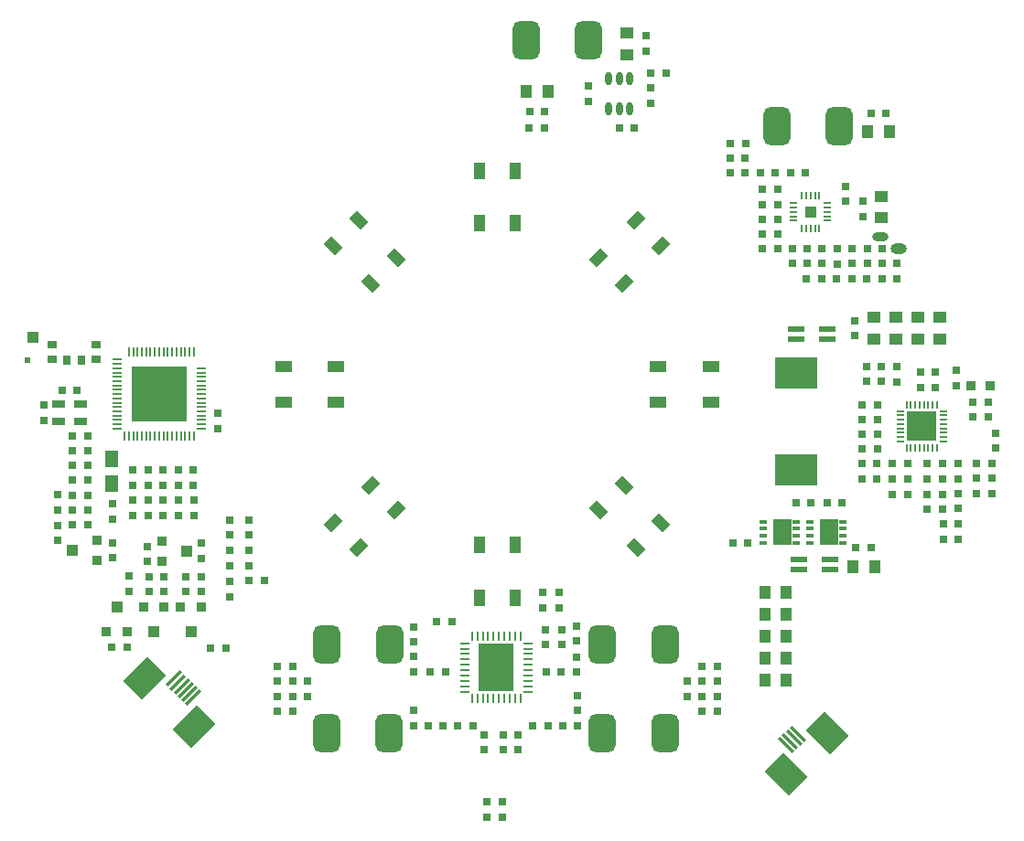
<source format=gtp>
G04*
G04 #@! TF.GenerationSoftware,Altium Limited,Altium Designer,22.1.2 (22)*
G04*
G04 Layer_Color=8421504*
%FSLAX44Y44*%
%MOMM*%
G71*
G04*
G04 #@! TF.SameCoordinates,7F6DEDBC-D18B-47E0-87DD-0464843C39CA*
G04*
G04*
G04 #@! TF.FilePolarity,Positive*
G04*
G01*
G75*
%ADD16O,0.9000X0.2000*%
%ADD17O,0.2000X0.9000*%
%ADD23O,1.5000X0.8000*%
%ADD24O,1.5000X1.0000*%
G04:AMPARAMS|DCode=25|XSize=2.4994mm|YSize=3.2004mm|CornerRadius=0mm|HoleSize=0mm|Usage=FLASHONLY|Rotation=135.000|XOffset=0mm|YOffset=0mm|HoleType=Round|Shape=Rectangle|*
%AMROTATEDRECTD25*
4,1,4,2.0152,0.2479,-0.2479,-2.0152,-2.0152,-0.2479,0.2479,2.0152,2.0152,0.2479,0.0*
%
%ADD25ROTATEDRECTD25*%

G04:AMPARAMS|DCode=26|XSize=0.2997mm|YSize=1.8009mm|CornerRadius=0mm|HoleSize=0mm|Usage=FLASHONLY|Rotation=135.000|XOffset=0mm|YOffset=0mm|HoleType=Round|Shape=Rectangle|*
%AMROTATEDRECTD26*
4,1,4,0.7427,0.5307,-0.5307,-0.7427,-0.7427,-0.5307,0.5307,0.7427,0.7427,0.5307,0.0*
%
%ADD26ROTATEDRECTD26*%

G04:AMPARAMS|DCode=27|XSize=0.3mm|YSize=1.8mm|CornerRadius=0mm|HoleSize=0mm|Usage=FLASHONLY|Rotation=45.000|XOffset=0mm|YOffset=0mm|HoleType=Round|Shape=Rectangle|*
%AMROTATEDRECTD27*
4,1,4,0.5303,-0.7425,-0.7425,0.5303,-0.5303,0.7425,0.7425,-0.5303,0.5303,-0.7425,0.0*
%
%ADD27ROTATEDRECTD27*%

G04:AMPARAMS|DCode=28|XSize=2.5mm|YSize=3.2mm|CornerRadius=0mm|HoleSize=0mm|Usage=FLASHONLY|Rotation=45.000|XOffset=0mm|YOffset=0mm|HoleType=Round|Shape=Rectangle|*
%AMROTATEDRECTD28*
4,1,4,0.2475,-2.0153,-2.0153,0.2475,-0.2475,2.0153,2.0153,-0.2475,0.2475,-2.0153,0.0*
%
%ADD28ROTATEDRECTD28*%

%ADD29R,0.7620X0.7620*%
%ADD30O,0.6000X1.2000*%
%ADD31R,0.7620X0.7620*%
%ADD32R,1.3000X1.0000*%
G04:AMPARAMS|DCode=33|XSize=2.5mm|YSize=3.5mm|CornerRadius=0.625mm|HoleSize=0mm|Usage=FLASHONLY|Rotation=0.000|XOffset=0mm|YOffset=0mm|HoleType=Round|Shape=RoundedRectangle|*
%AMROUNDEDRECTD33*
21,1,2.5000,2.2500,0,0,0.0*
21,1,1.2500,3.5000,0,0,0.0*
1,1,1.2500,0.6250,-1.1250*
1,1,1.2500,-0.6250,-1.1250*
1,1,1.2500,-0.6250,1.1250*
1,1,1.2500,0.6250,1.1250*
%
%ADD33ROUNDEDRECTD33*%
%ADD34R,1.0000X1.3000*%
%ADD35R,1.1000X1.1000*%
%ADD36O,0.7500X0.2000*%
%ADD37O,0.2000X0.7500*%
%ADD38R,1.5240X0.6000*%
%ADD39R,2.8000X2.8000*%
%ADD40R,0.9620X0.8300*%
%ADD41R,1.8000X2.4000*%
%ADD42R,0.7000X0.3000*%
%ADD43R,4.0000X3.0000*%
%ADD44R,3.3000X4.5000*%
%ADD45O,0.8500X0.2500*%
%ADD46O,0.2500X0.8500*%
G04:AMPARAMS|DCode=47|XSize=1.5mm|YSize=1mm|CornerRadius=0mm|HoleSize=0mm|Usage=FLASHONLY|Rotation=225.000|XOffset=0mm|YOffset=0mm|HoleType=Round|Shape=Rectangle|*
%AMROTATEDRECTD47*
4,1,4,0.1768,0.8839,0.8839,0.1768,-0.1768,-0.8839,-0.8839,-0.1768,0.1768,0.8839,0.0*
%
%ADD47ROTATEDRECTD47*%

%ADD48R,1.5000X1.0000*%
G04:AMPARAMS|DCode=49|XSize=1.5mm|YSize=1mm|CornerRadius=0mm|HoleSize=0mm|Usage=FLASHONLY|Rotation=135.000|XOffset=0mm|YOffset=0mm|HoleType=Round|Shape=Rectangle|*
%AMROTATEDRECTD49*
4,1,4,0.8839,-0.1768,0.1768,-0.8839,-0.8839,0.1768,-0.1768,0.8839,0.8839,-0.1768,0.0*
%
%ADD49ROTATEDRECTD49*%

%ADD50R,1.0000X1.5000*%
%ADD51R,1.0000X1.0000*%
%ADD52R,0.9144X0.9144*%
%ADD53R,1.0000X1.0000*%
%ADD54R,0.9144X0.9144*%
%ADD55R,1.3000X1.5000*%
%ADD56R,5.1000X5.1000*%
%ADD57R,0.6000X0.6000*%
%ADD58R,1.2000X0.8000*%
%ADD59R,0.9000X0.7600*%
%ADD60R,0.7600X0.9000*%
D16*
X226452Y461896D02*
D03*
X226452Y457896D02*
D03*
Y453896D02*
D03*
Y449896D02*
D03*
Y445896D02*
D03*
Y441896D02*
D03*
Y437896D02*
D03*
Y433896D02*
D03*
Y429896D02*
D03*
Y425896D02*
D03*
Y421896D02*
D03*
Y417896D02*
D03*
X226452Y413896D02*
D03*
X226452Y409896D02*
D03*
X226452Y405896D02*
D03*
X148452D02*
D03*
X148452Y409896D02*
D03*
X148452Y413896D02*
D03*
X148452Y417896D02*
D03*
Y421896D02*
D03*
Y425896D02*
D03*
Y429896D02*
D03*
Y433896D02*
D03*
Y437896D02*
D03*
Y441896D02*
D03*
Y445896D02*
D03*
Y449896D02*
D03*
Y453896D02*
D03*
Y457896D02*
D03*
X148452Y461896D02*
D03*
X148452Y465896D02*
D03*
Y469896D02*
D03*
D17*
X219452Y398896D02*
D03*
X215452D02*
D03*
X211452Y398896D02*
D03*
X207452Y398896D02*
D03*
X203452D02*
D03*
X199452D02*
D03*
X195452D02*
D03*
X191452D02*
D03*
X187452D02*
D03*
X183452D02*
D03*
X179452D02*
D03*
X175452D02*
D03*
X171452D02*
D03*
X167452D02*
D03*
X163452Y398896D02*
D03*
X159452Y398896D02*
D03*
X155452Y398896D02*
D03*
X159452Y476896D02*
D03*
X163452Y476896D02*
D03*
X167452Y476896D02*
D03*
X171452D02*
D03*
X175452D02*
D03*
X179452D02*
D03*
X183452D02*
D03*
X187452D02*
D03*
X191452D02*
D03*
X195452D02*
D03*
X199452D02*
D03*
X203452D02*
D03*
X207452D02*
D03*
X211452Y476896D02*
D03*
X215452Y476896D02*
D03*
X219452D02*
D03*
D23*
X854456Y583692D02*
D03*
D24*
X871982Y573024D02*
D03*
D25*
X174107Y174663D02*
D03*
X219367Y129403D02*
D03*
D26*
X219008Y156631D02*
D03*
X215470Y160169D02*
D03*
X211931Y163707D02*
D03*
X208411Y167227D02*
D03*
X204873Y170766D02*
D03*
X201335Y174304D02*
D03*
D27*
X767759Y112666D02*
D03*
X771295Y116202D02*
D03*
X774830Y119736D02*
D03*
X778366Y123273D02*
D03*
D28*
X767405Y85443D02*
D03*
X805589Y123627D02*
D03*
D29*
X869950Y463438D02*
D03*
Y449438D02*
D03*
X584962Y709026D02*
D03*
Y723026D02*
D03*
X637794Y755508D02*
D03*
Y769508D02*
D03*
X642112Y707263D02*
D03*
Y721233D02*
D03*
X822452Y616570D02*
D03*
Y630570D02*
D03*
X838454Y616346D02*
D03*
Y602346D02*
D03*
X856234Y572643D02*
D03*
Y558673D02*
D03*
X842518Y558673D02*
D03*
Y572643D02*
D03*
X828548Y572643D02*
D03*
Y558673D02*
D03*
X814578Y572643D02*
D03*
Y558643D02*
D03*
X800862Y572643D02*
D03*
Y558673D02*
D03*
X786638Y572643D02*
D03*
Y558673D02*
D03*
X773176Y572643D02*
D03*
Y558673D02*
D03*
X729742Y656717D02*
D03*
Y642747D02*
D03*
X715772D02*
D03*
Y656717D02*
D03*
X870204Y558688D02*
D03*
Y544688D02*
D03*
X831088Y506110D02*
D03*
Y492110D02*
D03*
X924814Y445628D02*
D03*
Y459628D02*
D03*
X926338Y373507D02*
D03*
Y359537D02*
D03*
X943610Y346075D02*
D03*
X943610Y360045D02*
D03*
X957834Y346075D02*
D03*
X957834Y360045D02*
D03*
X961390Y401716D02*
D03*
Y387716D02*
D03*
X851662Y373253D02*
D03*
Y359283D02*
D03*
X837692Y373253D02*
D03*
Y359283D02*
D03*
X926338Y345821D02*
D03*
Y331821D02*
D03*
X675894Y157876D02*
D03*
Y171876D02*
D03*
X573532Y209154D02*
D03*
Y223154D02*
D03*
X557784Y240142D02*
D03*
Y254112D02*
D03*
X559816Y205867D02*
D03*
Y219837D02*
D03*
X542544Y254142D02*
D03*
Y240142D02*
D03*
X544576Y205867D02*
D03*
Y219837D02*
D03*
X573532Y180467D02*
D03*
Y194437D02*
D03*
X574802Y158892D02*
D03*
Y144892D02*
D03*
X519684Y122570D02*
D03*
Y108570D02*
D03*
X505841Y122570D02*
D03*
Y108570D02*
D03*
X488188Y122570D02*
D03*
Y108570D02*
D03*
X505460Y46355D02*
D03*
Y60325D02*
D03*
X490982Y46355D02*
D03*
Y60325D02*
D03*
X422656Y144922D02*
D03*
Y130922D02*
D03*
Y180721D02*
D03*
Y194691D02*
D03*
Y208392D02*
D03*
Y222392D02*
D03*
X325120Y157846D02*
D03*
Y171846D02*
D03*
X270764Y321183D02*
D03*
Y307213D02*
D03*
X252730Y321183D02*
D03*
Y307213D02*
D03*
Y292847D02*
D03*
Y278877D02*
D03*
Y264302D02*
D03*
Y250302D02*
D03*
X270764Y292847D02*
D03*
Y278877D02*
D03*
X226314Y286004D02*
D03*
Y300004D02*
D03*
X159766Y255128D02*
D03*
Y269128D02*
D03*
X176276Y282814D02*
D03*
Y296814D02*
D03*
X144272Y286385D02*
D03*
Y300355D02*
D03*
X144526Y322184D02*
D03*
Y336184D02*
D03*
X219710Y325770D02*
D03*
Y339740D02*
D03*
X205232Y339740D02*
D03*
Y325740D02*
D03*
X191177Y339740D02*
D03*
Y325740D02*
D03*
X177123Y339740D02*
D03*
Y325740D02*
D03*
X163068Y339740D02*
D03*
Y325740D02*
D03*
X219202Y367426D02*
D03*
Y353426D02*
D03*
X205232Y367426D02*
D03*
Y353426D02*
D03*
X191177Y367426D02*
D03*
Y353426D02*
D03*
X177123Y367426D02*
D03*
Y353426D02*
D03*
X163068Y367426D02*
D03*
Y353426D02*
D03*
X242062Y406004D02*
D03*
Y420004D02*
D03*
X93472Y316103D02*
D03*
Y302133D02*
D03*
Y330581D02*
D03*
Y344551D02*
D03*
X80518Y413624D02*
D03*
Y427624D02*
D03*
D30*
X603656Y730026D02*
D03*
X613156Y702026D02*
D03*
Y730026D02*
D03*
X622656Y702026D02*
D03*
X603656Y702026D02*
D03*
X622656Y730026D02*
D03*
D31*
X656209Y735076D02*
D03*
X642239D02*
D03*
X626999Y684784D02*
D03*
X613029D02*
D03*
X529971Y684784D02*
D03*
X543941D02*
D03*
X530210Y699516D02*
D03*
X544210D02*
D03*
X846186Y697992D02*
D03*
X860186D02*
D03*
X771510Y642874D02*
D03*
X785510D02*
D03*
X743585Y642874D02*
D03*
X757555Y642874D02*
D03*
X729884Y670306D02*
D03*
X715884D02*
D03*
X759587Y613537D02*
D03*
X745617D02*
D03*
X759587Y627295D02*
D03*
X745617D02*
D03*
X759587Y599779D02*
D03*
X745617Y599779D02*
D03*
X745617Y585978D02*
D03*
X759587D02*
D03*
X759587Y572262D02*
D03*
X745617D02*
D03*
X856361Y544576D02*
D03*
X842391D02*
D03*
X828421Y544576D02*
D03*
X814451D02*
D03*
X800481Y544576D02*
D03*
X786511D02*
D03*
X841883Y463550D02*
D03*
X855853D02*
D03*
X841883Y449580D02*
D03*
X855853D02*
D03*
X838073Y414337D02*
D03*
X852043D02*
D03*
X852043Y427990D02*
D03*
X838073D02*
D03*
X891652Y444246D02*
D03*
X905652D02*
D03*
X891667Y457962D02*
D03*
X905637D02*
D03*
X940420Y430530D02*
D03*
X954420D02*
D03*
X954390Y416814D02*
D03*
X940420D02*
D03*
X957722Y373888D02*
D03*
X943722D02*
D03*
X879729Y373380D02*
D03*
X865759D02*
D03*
X838073Y400685D02*
D03*
X852043D02*
D03*
X852043Y387033D02*
D03*
X838073D02*
D03*
X912114Y373380D02*
D03*
X898114D02*
D03*
X898144Y359283D02*
D03*
X912144D02*
D03*
X879729Y345186D02*
D03*
X865759D02*
D03*
X879729Y359283D02*
D03*
X865729D02*
D03*
X898144Y345186D02*
D03*
X912114D02*
D03*
X912114Y331470D02*
D03*
X898144D02*
D03*
X926719Y317500D02*
D03*
X912749D02*
D03*
X926719Y303530D02*
D03*
X912749D02*
D03*
X776478Y337058D02*
D03*
X790448D02*
D03*
X805419Y337058D02*
D03*
X819419Y337058D02*
D03*
X831962Y295402D02*
D03*
X845962D02*
D03*
X732155Y299974D02*
D03*
X718185D02*
D03*
X703946Y144018D02*
D03*
X689976D02*
D03*
X689976Y157903D02*
D03*
X703976D02*
D03*
X689976Y171789D02*
D03*
X703976D02*
D03*
X689976Y185674D02*
D03*
X703946D02*
D03*
X545450Y180594D02*
D03*
X559450D02*
D03*
X533258Y131064D02*
D03*
X547258D02*
D03*
X574690D02*
D03*
X560720D02*
D03*
X477916D02*
D03*
X463916D02*
D03*
X450215D02*
D03*
X436245D02*
D03*
X458358Y226822D02*
D03*
X444358D02*
D03*
X438262Y180594D02*
D03*
X452262D02*
D03*
X296814Y144018D02*
D03*
X310784D02*
D03*
X296784Y157988D02*
D03*
X310784D02*
D03*
X296814Y185928D02*
D03*
X310784D02*
D03*
X296784Y171958D02*
D03*
X310784D02*
D03*
X270622Y265430D02*
D03*
X284622D02*
D03*
X157876Y203454D02*
D03*
X143876D02*
D03*
X249062Y202692D02*
D03*
X235062D02*
D03*
X226441Y254762D02*
D03*
X212471D02*
D03*
X212471Y268478D02*
D03*
X226441D02*
D03*
X192151D02*
D03*
X178181D02*
D03*
X192151Y254762D02*
D03*
X178181D02*
D03*
X121285Y330454D02*
D03*
X107315D02*
D03*
X121285Y316738D02*
D03*
X107315D02*
D03*
X121300Y344424D02*
D03*
X107300D02*
D03*
X121300Y358140D02*
D03*
X107300D02*
D03*
X121300Y371856D02*
D03*
X107300D02*
D03*
X121300Y385572D02*
D03*
X107300D02*
D03*
X121300Y399288D02*
D03*
X107300D02*
D03*
X111648Y441452D02*
D03*
X97648D02*
D03*
D32*
X620268Y752254D02*
D03*
Y772254D02*
D03*
X855980Y621124D02*
D03*
X855980Y601124D02*
D03*
X848614Y508856D02*
D03*
Y488856D02*
D03*
X869103Y508856D02*
D03*
Y488856D02*
D03*
X889593Y508856D02*
D03*
Y488856D02*
D03*
X910082Y508856D02*
D03*
Y488856D02*
D03*
D33*
X526752Y765810D02*
D03*
X584752D02*
D03*
X758654Y685800D02*
D03*
X816654D02*
D03*
X597618Y123698D02*
D03*
X655618D02*
D03*
X597618Y205994D02*
D03*
X655618D02*
D03*
X342094Y123698D02*
D03*
X400094D02*
D03*
X342602Y205994D02*
D03*
X400602D02*
D03*
D34*
X527210Y718058D02*
D03*
X547210D02*
D03*
X843186Y680720D02*
D03*
X863186Y680720D02*
D03*
X829216Y277876D02*
D03*
X849216D02*
D03*
X747922Y254254D02*
D03*
X767922D02*
D03*
Y172974D02*
D03*
X747922D02*
D03*
X767922Y193294D02*
D03*
X747922D02*
D03*
X767922Y213614D02*
D03*
X747922D02*
D03*
X767922Y233934D02*
D03*
X747922D02*
D03*
D35*
X790194Y606552D02*
D03*
D36*
X805694Y610552D02*
D03*
X805694Y606552D02*
D03*
Y602552D02*
D03*
Y598552D02*
D03*
X774694D02*
D03*
Y602552D02*
D03*
Y606552D02*
D03*
X774694Y610552D02*
D03*
X774694Y614552D02*
D03*
X805694D02*
D03*
X912814Y422178D02*
D03*
Y418178D02*
D03*
Y414178D02*
D03*
Y410178D02*
D03*
Y406178D02*
D03*
Y402178D02*
D03*
Y398178D02*
D03*
Y394178D02*
D03*
X873314D02*
D03*
Y398178D02*
D03*
Y402178D02*
D03*
Y406178D02*
D03*
Y410178D02*
D03*
Y414178D02*
D03*
Y418178D02*
D03*
Y422178D02*
D03*
D37*
X794194Y591052D02*
D03*
X790194D02*
D03*
X786194Y591052D02*
D03*
X782194D02*
D03*
Y622052D02*
D03*
X786194D02*
D03*
X790194Y622052D02*
D03*
X794194D02*
D03*
X798194D02*
D03*
Y591052D02*
D03*
X879064Y427928D02*
D03*
X883064D02*
D03*
X887064D02*
D03*
X891064D02*
D03*
X895064D02*
D03*
X899064D02*
D03*
X903064D02*
D03*
X907064D02*
D03*
Y388428D02*
D03*
X903064D02*
D03*
X899064D02*
D03*
X895064D02*
D03*
X891064D02*
D03*
X887064D02*
D03*
X883064D02*
D03*
X879064D02*
D03*
D38*
X776964Y498022D02*
D03*
X805964D02*
D03*
X805964Y489022D02*
D03*
X776964Y489022D02*
D03*
X779504Y284408D02*
D03*
X808504D02*
D03*
Y275408D02*
D03*
X779504D02*
D03*
D39*
X893064Y408178D02*
D03*
D40*
X938166Y445516D02*
D03*
X956166D02*
D03*
D41*
X807706Y309894D02*
D03*
X764526D02*
D03*
D42*
X789672Y300130D02*
D03*
Y306630D02*
D03*
X819672Y313130D02*
D03*
Y319630D02*
D03*
Y300130D02*
D03*
Y306630D02*
D03*
X789672Y313130D02*
D03*
Y319630D02*
D03*
X746492Y300130D02*
D03*
Y306630D02*
D03*
X776492Y313130D02*
D03*
Y319630D02*
D03*
Y300130D02*
D03*
X776492Y306630D02*
D03*
X746492Y313130D02*
D03*
Y319630D02*
D03*
D43*
X776732Y367496D02*
D03*
Y457496D02*
D03*
D44*
X499364Y184658D02*
D03*
D45*
X528364Y207158D02*
D03*
Y202158D02*
D03*
Y197158D02*
D03*
X528364Y192158D02*
D03*
Y187158D02*
D03*
Y182158D02*
D03*
X528364Y177158D02*
D03*
Y172158D02*
D03*
Y167158D02*
D03*
Y162158D02*
D03*
X470364D02*
D03*
Y167158D02*
D03*
Y172158D02*
D03*
Y177158D02*
D03*
Y182158D02*
D03*
Y187158D02*
D03*
Y192158D02*
D03*
Y197158D02*
D03*
Y202158D02*
D03*
Y207158D02*
D03*
D46*
X521864Y155658D02*
D03*
X516864D02*
D03*
X511864D02*
D03*
X506864D02*
D03*
X501864D02*
D03*
X496864D02*
D03*
X491864D02*
D03*
X486864D02*
D03*
X481864D02*
D03*
X476864D02*
D03*
Y213658D02*
D03*
X481864D02*
D03*
X486864D02*
D03*
X491864D02*
D03*
X496864Y213658D02*
D03*
X501864D02*
D03*
X506864D02*
D03*
X511864Y213658D02*
D03*
X516864D02*
D03*
X521864D02*
D03*
D47*
X651918Y575345D02*
D03*
X628583Y598680D02*
D03*
X593935Y564031D02*
D03*
X617269Y540697D02*
D03*
X348666Y318762D02*
D03*
X372000Y295428D02*
D03*
X406649Y330076D02*
D03*
X383314Y353411D02*
D03*
D48*
X698223Y430554D02*
D03*
Y463554D02*
D03*
X649223D02*
D03*
Y430554D02*
D03*
X302360Y463554D02*
D03*
Y430554D02*
D03*
X351360D02*
D03*
Y463554D02*
D03*
D49*
X628583Y295428D02*
D03*
X651918Y318762D02*
D03*
X617269Y353411D02*
D03*
X593935Y330076D02*
D03*
X372000Y598680D02*
D03*
X348666Y575345D02*
D03*
X383314Y540697D02*
D03*
X406649Y564031D02*
D03*
D50*
X483792Y249122D02*
D03*
X516792D02*
D03*
Y298123D02*
D03*
X483792D02*
D03*
X516792Y644985D02*
D03*
X483792D02*
D03*
Y595985D02*
D03*
X516792D02*
D03*
D51*
X216789Y217932D02*
D03*
X182499D02*
D03*
X148463Y240364D02*
D03*
X70358Y490601D02*
D03*
D52*
X226441Y240792D02*
D03*
X207391D02*
D03*
X192151D02*
D03*
X173101D02*
D03*
X138811Y217504D02*
D03*
X157861D02*
D03*
D53*
X212852Y292227D02*
D03*
X107442Y293243D02*
D03*
D54*
X189992Y301879D02*
D03*
Y282829D02*
D03*
X130302Y283591D02*
D03*
Y302641D02*
D03*
D55*
X143510Y378022D02*
D03*
Y355022D02*
D03*
D56*
X187452Y437896D02*
D03*
D57*
X65786Y469519D02*
D03*
D58*
X94648Y412370D02*
D03*
X114648D02*
D03*
Y428370D02*
D03*
X94648D02*
D03*
D59*
X88138Y483743D02*
D03*
Y469773D02*
D03*
X129540Y483743D02*
D03*
Y469773D02*
D03*
D60*
X101981Y469646D02*
D03*
X115951D02*
D03*
M02*

</source>
